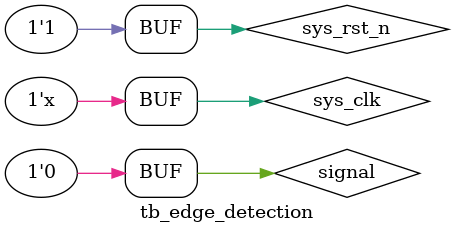
<source format=v>
`timescale 1ns / 1ps

module tb_edge_detection();

parameter T = 20;

reg signal;
reg sys_clk;
reg sys_rst_n;

wire rise_flag;
wire fall_flag;

initial begin
        signal                  <=1'b0;         
        sys_clk                 <=1'b0;
        sys_rst_n               <=1'b0;
#20     sys_rst_n               <=1'b1;
#80     signal                  <=1'b1;    //100nsÖ®ºóÐÅºÅÉÏÉýÑØÀ´µ½
#100    signal                  <=1'b0;    //200nsÖ®ºóÐÅºÅÏÂ½µÑØÀ´µ½
#100    signal                  <=1'b1;    //300nsÖ®ºóÐÅºÅÉÏÉýÑØÀ´µ½
#100    signal                  <=1'b0;    //400nsÖ®ºóÐÅºÅÏÂ½µÑØÀ´µ½ 
end

always # (T/2) sys_clk <= ~sys_clk;

edge_detection tb_edge_detection(
    .sys_clk            (sys_clk),
    .sys_rst_n          (sys_rst_n),
    .signal             (signal),
    
    .rise_flag          (rise_flag),        //ÉÏÉýÑØ±êÖ¾
    .fall_flag          (fall_flag)         //ÏÂ½µÑØ±êÖ¾
);

endmodule

</source>
